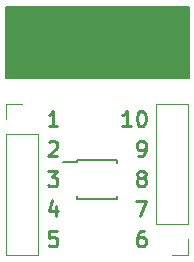
<source format=gbr>
%TF.GenerationSoftware,KiCad,Pcbnew,5.1.7-a382d34a8~87~ubuntu20.04.1*%
%TF.CreationDate,2020-11-06T18:29:20+02:00*%
%TF.ProjectId,BRK-MSOP-10-3x3-P0.5,42524b2d-4d53-44f5-902d-31302d337833,v1.0*%
%TF.SameCoordinates,Original*%
%TF.FileFunction,Legend,Top*%
%TF.FilePolarity,Positive*%
%FSLAX46Y46*%
G04 Gerber Fmt 4.6, Leading zero omitted, Abs format (unit mm)*
G04 Created by KiCad (PCBNEW 5.1.7-a382d34a8~87~ubuntu20.04.1) date 2020-11-06 18:29:20*
%MOMM*%
%LPD*%
G01*
G04 APERTURE LIST*
%ADD10C,0.250000*%
%ADD11C,0.150000*%
%ADD12C,0.120000*%
G04 APERTURE END LIST*
D10*
X102871785Y-95508095D02*
X102128928Y-95508095D01*
X102500357Y-95508095D02*
X102500357Y-94208095D01*
X102376547Y-94393809D01*
X102252738Y-94517619D01*
X102128928Y-94579523D01*
X103676547Y-94208095D02*
X103800357Y-94208095D01*
X103924166Y-94270000D01*
X103986071Y-94331904D01*
X104047976Y-94455714D01*
X104109880Y-94703333D01*
X104109880Y-95012857D01*
X104047976Y-95260476D01*
X103986071Y-95384285D01*
X103924166Y-95446190D01*
X103800357Y-95508095D01*
X103676547Y-95508095D01*
X103552738Y-95446190D01*
X103490833Y-95384285D01*
X103428928Y-95260476D01*
X103367023Y-95012857D01*
X103367023Y-94703333D01*
X103428928Y-94455714D01*
X103490833Y-94331904D01*
X103552738Y-94270000D01*
X103676547Y-94208095D01*
X103490833Y-98048095D02*
X103738452Y-98048095D01*
X103862261Y-97986190D01*
X103924166Y-97924285D01*
X104047976Y-97738571D01*
X104109880Y-97490952D01*
X104109880Y-96995714D01*
X104047976Y-96871904D01*
X103986071Y-96810000D01*
X103862261Y-96748095D01*
X103614642Y-96748095D01*
X103490833Y-96810000D01*
X103428928Y-96871904D01*
X103367023Y-96995714D01*
X103367023Y-97305238D01*
X103428928Y-97429047D01*
X103490833Y-97490952D01*
X103614642Y-97552857D01*
X103862261Y-97552857D01*
X103986071Y-97490952D01*
X104047976Y-97429047D01*
X104109880Y-97305238D01*
X103614642Y-99845238D02*
X103490833Y-99783333D01*
X103428928Y-99721428D01*
X103367023Y-99597619D01*
X103367023Y-99535714D01*
X103428928Y-99411904D01*
X103490833Y-99350000D01*
X103614642Y-99288095D01*
X103862261Y-99288095D01*
X103986071Y-99350000D01*
X104047976Y-99411904D01*
X104109880Y-99535714D01*
X104109880Y-99597619D01*
X104047976Y-99721428D01*
X103986071Y-99783333D01*
X103862261Y-99845238D01*
X103614642Y-99845238D01*
X103490833Y-99907142D01*
X103428928Y-99969047D01*
X103367023Y-100092857D01*
X103367023Y-100340476D01*
X103428928Y-100464285D01*
X103490833Y-100526190D01*
X103614642Y-100588095D01*
X103862261Y-100588095D01*
X103986071Y-100526190D01*
X104047976Y-100464285D01*
X104109880Y-100340476D01*
X104109880Y-100092857D01*
X104047976Y-99969047D01*
X103986071Y-99907142D01*
X103862261Y-99845238D01*
X103305119Y-101828095D02*
X104171785Y-101828095D01*
X103614642Y-103128095D01*
X103986071Y-104368095D02*
X103738452Y-104368095D01*
X103614642Y-104430000D01*
X103552738Y-104491904D01*
X103428928Y-104677619D01*
X103367023Y-104925238D01*
X103367023Y-105420476D01*
X103428928Y-105544285D01*
X103490833Y-105606190D01*
X103614642Y-105668095D01*
X103862261Y-105668095D01*
X103986071Y-105606190D01*
X104047976Y-105544285D01*
X104109880Y-105420476D01*
X104109880Y-105110952D01*
X104047976Y-104987142D01*
X103986071Y-104925238D01*
X103862261Y-104863333D01*
X103614642Y-104863333D01*
X103490833Y-104925238D01*
X103428928Y-104987142D01*
X103367023Y-105110952D01*
X96571071Y-104368095D02*
X95952023Y-104368095D01*
X95890119Y-104987142D01*
X95952023Y-104925238D01*
X96075833Y-104863333D01*
X96385357Y-104863333D01*
X96509166Y-104925238D01*
X96571071Y-104987142D01*
X96632976Y-105110952D01*
X96632976Y-105420476D01*
X96571071Y-105544285D01*
X96509166Y-105606190D01*
X96385357Y-105668095D01*
X96075833Y-105668095D01*
X95952023Y-105606190D01*
X95890119Y-105544285D01*
X96509166Y-102261428D02*
X96509166Y-103128095D01*
X96199642Y-101766190D02*
X95890119Y-102694761D01*
X96694880Y-102694761D01*
X95828214Y-99288095D02*
X96632976Y-99288095D01*
X96199642Y-99783333D01*
X96385357Y-99783333D01*
X96509166Y-99845238D01*
X96571071Y-99907142D01*
X96632976Y-100030952D01*
X96632976Y-100340476D01*
X96571071Y-100464285D01*
X96509166Y-100526190D01*
X96385357Y-100588095D01*
X96013928Y-100588095D01*
X95890119Y-100526190D01*
X95828214Y-100464285D01*
X95890119Y-96871904D02*
X95952023Y-96810000D01*
X96075833Y-96748095D01*
X96385357Y-96748095D01*
X96509166Y-96810000D01*
X96571071Y-96871904D01*
X96632976Y-96995714D01*
X96632976Y-97119523D01*
X96571071Y-97305238D01*
X95828214Y-98048095D01*
X96632976Y-98048095D01*
X96632976Y-95508095D02*
X95890119Y-95508095D01*
X96261547Y-95508095D02*
X96261547Y-94208095D01*
X96137738Y-94393809D01*
X96013928Y-94517619D01*
X95890119Y-94579523D01*
D11*
G36*
X107750000Y-91430000D02*
G01*
X92250000Y-91430000D01*
X92250000Y-85430000D01*
X107750000Y-85430000D01*
X107750000Y-91430000D01*
G37*
X107750000Y-91430000D02*
X92250000Y-91430000D01*
X92250000Y-85430000D01*
X107750000Y-85430000D01*
X107750000Y-91430000D01*
D12*
%TO.C,J2*%
X107680000Y-93590000D02*
X105020000Y-93590000D01*
X107680000Y-103810000D02*
X107680000Y-93590000D01*
X105020000Y-103810000D02*
X105020000Y-93590000D01*
X107680000Y-103810000D02*
X105020000Y-103810000D01*
X107680000Y-105080000D02*
X107680000Y-106410000D01*
X107680000Y-106410000D02*
X106350000Y-106410000D01*
%TO.C,J1*%
X92320000Y-106410000D02*
X94980000Y-106410000D01*
X92320000Y-96190000D02*
X92320000Y-106410000D01*
X94980000Y-96190000D02*
X94980000Y-106410000D01*
X92320000Y-96190000D02*
X94980000Y-96190000D01*
X92320000Y-94920000D02*
X92320000Y-93590000D01*
X92320000Y-93590000D02*
X93650000Y-93590000D01*
D11*
%TO.C,U1*%
X98325000Y-98325000D02*
X98325000Y-98550000D01*
X101675000Y-98325000D02*
X101675000Y-98625000D01*
X101675000Y-101675000D02*
X101675000Y-101375000D01*
X98325000Y-101675000D02*
X98325000Y-101375000D01*
X98325000Y-98325000D02*
X101675000Y-98325000D01*
X98325000Y-101675000D02*
X101675000Y-101675000D01*
X98325000Y-98550000D02*
X97100000Y-98550000D01*
%TD*%
M02*

</source>
